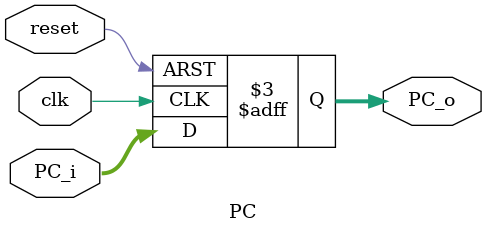
<source format=v>
`timescale 1ns / 1ps

module PC(reset,
          clk,
          PC_i,
          PC_o);
    //Input Clock Signals
    input reset;
    input clk;
    //Input PC
    input [31:0] PC_i;
    //Output PC
    output reg [31:0] PC_o;
    
    initial begin
        PC_o <= 0;
    end
    
    always@(posedge reset or posedge clk)
    begin
        if (reset) begin
            PC_o <= 0;
        end
        else begin
            PC_o <= PC_i;
        end
    end
endmodule

</source>
